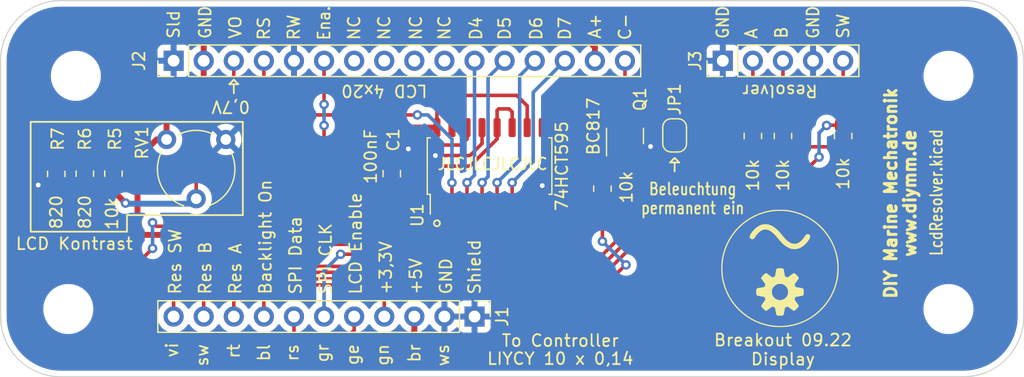
<source format=kicad_pcb>
(kicad_pcb (version 20211014) (generator pcbnew)
  (title_block (title "LCD Breakout Board") (date "2022-09-24") (rev "0") (company "DIY Marine Mechatronk"))
  (layers (0 "F.Cu" signal) (31 "B.Cu" signal) (34 "B.Paste" user) (35 "F.Paste" user) (36 "B.SilkS" user "B.Silkscreen") (37 "F.SilkS" user "F.Silkscreen") (38 "B.Mask" user) (39 "F.Mask" user) (44 "Edge.Cuts" user))
  (net 0 "")
  (net 1 "+5V")
  (net 2 "+3.3V")
  (net 3 "Enable")
  (net 4 "SPI_CLK")
  (net 5 "SPI_DATA")
  (net 6 "Backlight_On")
  (net 7 "Resolver_A")
  (net 8 "Resolver_B")
  (net 9 "Resolver_SW")
  (net 10 "VO")
  (net 11 "RS")
  (net 16 "D4")
  (net 17 "D5")
  (net 18 "D6")
  (net 19 "D7")
  (net 20 "Backlight cathode (-)")
  (net 21 "Net-(Q1-Pad1)")
  (net 26 "GND")
  (net 27 "Net-(R6-Pad1)")
  (footprint "Resistor_SMD:R_0805_2012Metric" (layer "F.Cu") (at 167.386 91.238 -90)
    (fp_text reference "R2" hide)
    (fp_text value "10k" (at 3.175 0 90) (layer "F.SilkS"))
    (pad "1" smd roundrect (at -0.9125 0 270) (size 1.025 1.4) (layers "F.Cu" "F.Paste" "F.Mask") (roundrect_rratio 0.243902439) (net 7 "Resolver_A"))
    (pad "2" smd roundrect (at 0.9125 0 270) (size 1.025 1.4) (layers "F.Cu" "F.Paste" "F.Mask") (roundrect_rratio 0.243902439) (net 2 "+3.3V"))
  )
  (footprint "Connector_PinHeader_2.54mm:PinHeader_1x16_P2.54mm_Vertical" (layer "F.Cu") (at 110.871 84.888 90)
    (fp_text reference "J2" (at 0 -2.921 90) (layer "F.SilkS"))
    (fp_text value "Conn_01x16" hide)
    (pad "1" thru_hole rect (at 0 0 90) (size 1.7 1.7) (drill 1) (layers *.Cu *.Mask) (net 26 "GND"))
    (pad "2" thru_hole oval (at 0 2.54 90) (size 1.7 1.7) (drill 1) (layers *.Cu *.Mask) (net 1 "+5V"))
    (pad "3" thru_hole oval (at 0 5.08 90) (size 1.7 1.7) (drill 1) (layers *.Cu *.Mask) (net 10 "VO"))
    (pad "4" thru_hole oval (at 0 7.62 90) (size 1.7 1.7) (drill 1) (layers *.Cu *.Mask) (net 11 "RS"))
    (pad "5" thru_hole oval (at 0 10.16 90) (size 1.7 1.7) (drill 1) (layers *.Cu *.Mask) (net 26 "GND"))
    (pad "6" thru_hole oval (at 0 12.7 90) (size 1.7 1.7) (drill 1) (layers *.Cu *.Mask) (net 3 "Enable"))
    (pad "7" thru_hole oval (at 0 15.24 90) (size 1.7 1.7) (drill 1) (layers *.Cu *.Mask))
    (pad "8" thru_hole oval (at 0 17.78 90) (size 1.7 1.7) (drill 1) (layers *.Cu *.Mask))
    (pad "9" thru_hole oval (at 0 20.32 90) (size 1.7 1.7) (drill 1) (layers *.Cu *.Mask))
    (pad "10" thru_hole oval (at 0 22.86 90) (size 1.7 1.7) (drill 1) (layers *.Cu *.Mask))
    (pad "11" thru_hole oval (at 0 25.4 90) (size 1.7 1.7) (drill 1) (layers *.Cu *.Mask) (net 16 "D4"))
    (pad "12" thru_hole oval (at 0 27.94 90) (size 1.7 1.7) (drill 1) (layers *.Cu *.Mask) (net 17 "D5"))
    (pad "13" thru_hole oval (at 0 30.48 90) (size 1.7 1.7) (drill 1) (layers *.Cu *.Mask) (net 18 "D6"))
    (pad "14" thru_hole oval (at 0 33.02 90) (size 1.7 1.7) (drill 1) (layers *.Cu *.Mask) (net 19 "D7"))
    (pad "15" thru_hole oval (at 0 35.56 90) (size 1.7 1.7) (drill 1) (layers *.Cu *.Mask) (net 1 "+5V"))
    (pad "16" thru_hole oval (at 0 38.1 90) (size 1.7 1.7) (drill 1) (layers *.Cu *.Mask) (net 20 "Backlight cathode (-)"))
  )
  (footprint "Potentiometer_THT:Potentiometer_Piher_PT-6-V_Vertical" (layer "F.Cu") (at 110.276 91.532 -90)
    (fp_text reference "RV1" (at 0.283 2.072 90) (layer "F.SilkS"))
    (fp_text value "10k")
    (pad "1" thru_hole circle (at 0 0 270) (size 1.62 1.62) (drill 0.9) (layers *.Cu *.Mask) (net 1 "+5V"))
    (pad "2" thru_hole circle (at 5 -2.5 270) (size 1.62 1.62) (drill 0.9) (layers *.Cu *.Mask) (net 10 "VO"))
    (pad "3" thru_hole circle (at 0 -5 270) (size 1.62 1.62) (drill 0.9) (layers *.Cu *.Mask) (net 26 "GND"))
  )
  (footprint "LOGO" (layer "F.Cu") (at 162.052 102.414)
    (fp_text reference "G***" hide)
    (fp_text value "LOGO" hide)
  )
  (footprint "Package_SO:SOP-16_4.55x10.3mm_P1.27mm" (layer "F.Cu") (at 137.541 93.778 90)
    (fp_text reference "U1" (at -4.139 -6.096 90) (layer "F.SilkS"))
    (fp_text value "74HCT595" (at 0 6.1 90) (layer "F.SilkS"))
    (pad "1" smd roundrect (at -3.25 -4.445 90) (size 1.6 0.6) (layers "F.Cu" "F.Paste" "F.Mask"))
    (pad "2" smd roundrect (at -3.25 -3.175 90) (size 1.6 0.6) (layers "F.Cu" "F.Paste" "F.Mask") (net 11 "RS"))
    (pad "3" smd roundrect (at -3.25 -1.905 90) (size 1.6 0.6) (layers "F.Cu" "F.Paste" "F.Mask") (net 16 "D4"))
    (pad "4" smd roundrect (at -3.25 -0.635 90) (size 1.6 0.6) (layers "F.Cu" "F.Paste" "F.Mask") (net 17 "D5"))
    (pad "5" smd roundrect (at -3.25 0.635 90) (size 1.6 0.6) (layers "F.Cu" "F.Paste" "F.Mask") (net 18 "D6"))
    (pad "6" smd roundrect (at -3.25 1.905 90) (size 1.6 0.6) (layers "F.Cu" "F.Paste" "F.Mask") (net 19 "D7"))
    (pad "7" smd roundrect (at -3.25 3.175 90) (size 1.6 0.6) (layers "F.Cu" "F.Paste" "F.Mask"))
    (pad "8" smd roundrect (at -3.25 4.445 90) (size 1.6 0.6) (layers "F.Cu" "F.Paste" "F.Mask") (net 26 "GND"))
    (pad "9" smd roundrect (at 3.25 4.445 90) (size 1.6 0.6) (layers "F.Cu" "F.Paste" "F.Mask"))
    (pad "10" smd roundrect (at 3.25 3.175 90) (size 1.6 0.6) (layers "F.Cu" "F.Paste" "F.Mask") (net 1 "+5V"))
    (pad "11" smd roundrect (at 3.25 1.905 90) (size 1.6 0.6) (layers "F.Cu" "F.Paste" "F.Mask") (net 4 "SPI_CLK"))
    (pad "12" smd roundrect (at 3.25 0.635 90) (size 1.6 0.6) (layers "F.Cu" "F.Paste" "F.Mask") (net 4 "SPI_CLK"))
    (pad "13" smd roundrect (at 3.25 -0.635 90) (size 1.6 0.6) (layers "F.Cu" "F.Paste" "F.Mask") (net 26 "GND"))
    (pad "14" smd roundrect (at 3.25 -1.905 90) (size 1.6 0.6) (layers "F.Cu" "F.Paste" "F.Mask") (net 5 "SPI_DATA"))
    (pad "15" smd roundrect (at 3.25 -3.175 90) (size 1.6 0.6) (layers "F.Cu" "F.Paste" "F.Mask"))
    (pad "16" smd roundrect (at 3.25 -4.445 90) (size 1.6 0.6) (layers "F.Cu" "F.Paste" "F.Mask") (net 1 "+5V"))
  )
  (footprint "Resistor_SMD:R_0805_2012Metric" (layer "F.Cu") (at 103.378 94.413 -90)
    (fp_text reference "R6" (at -2.921 0 90) (layer "F.SilkS"))
    (fp_text value "820" (at 3.25 0 90) (layer "F.SilkS"))
    (pad "1" smd roundrect (at -0.9125 0 270) (size 1.025 1.4) (layers "F.Cu" "F.Paste" "F.Mask") (roundrect_rratio 0.243902439) (net 27 "Net-(R6-Pad1)"))
    (pad "2" smd roundrect (at 0.9125 0 270) (size 1.025 1.4) (layers "F.Cu" "F.Paste" "F.Mask") (roundrect_rratio 0.243902439) (net 10 "VO"))
  )
  (footprint "Resistor_SMD:R_0805_2012Metric" (layer "F.Cu") (at 159.766 91.238 -90)
    (fp_text reference "R4" hide)
    (fp_text value "10k" (at 3.302 0 90) (layer "F.SilkS"))
    (pad "1" smd roundrect (at -0.9125 0 270) (size 1.025 1.4) (layers "F.Cu" "F.Paste" "F.Mask") (roundrect_rratio 0.243902439) (net 9 "Resolver_SW"))
    (pad "2" smd roundrect (at 0.9125 0 270) (size 1.025 1.4) (layers "F.Cu" "F.Paste" "F.Mask") (roundrect_rratio 0.243902439) (net 2 "+3.3V"))
  )
  (footprint "Connector_PinHeader_2.54mm:PinHeader_1x11_P2.54mm_Vertical" (layer "F.Cu") (at 136.271 106.478 -90)
    (fp_text reference "J1" (at 0 -2.33 90) (layer "F.SilkS"))
    (fp_text value "Conn_01x11")
    (pad "1" thru_hole rect (at 0 0 270) (size 1.7 1.7) (drill 1) (layers *.Cu *.Mask) (net 26 "GND"))
    (pad "2" thru_hole oval (at 0 2.54 270) (size 1.7 1.7) (drill 1) (layers *.Cu *.Mask) (net 26 "GND"))
    (pad "3" thru_hole oval (at 0 5.08 270) (size 1.7 1.7) (drill 1) (layers *.Cu *.Mask) (net 1 "+5V"))
    (pad "4" thru_hole oval (at 0 7.62 270) (size 1.7 1.7) (drill 1) (layers *.Cu *.Mask) (net 2 "+3.3V"))
    (pad "5" thru_hole oval (at 0 10.16 270) (size 1.7 1.7) (drill 1) (layers *.Cu *.Mask) (net 3 "Enable"))
    (pad "6" thru_hole oval (at 0 12.7 270) (size 1.7 1.7) (drill 1) (layers *.Cu *.Mask) (net 4 "SPI_CLK"))
    (pad "7" thru_hole oval (at 0 15.24 270) (size 1.7 1.7) (drill 1) (layers *.Cu *.Mask) (net 5 "SPI_DATA"))
    (pad "8" thru_hole oval (at 0 17.78 270) (size 1.7 1.7) (drill 1) (layers *.Cu *.Mask) (net 6 "Backlight_On"))
    (pad "9" thru_hole oval (at 0 20.32 270) (size 1.7 1.7) (drill 1) (layers *.Cu *.Mask) (net 7 "Resolver_A"))
    (pad "10" thru_hole oval (at 0 22.86 270) (size 1.7 1.7) (drill 1) (layers *.Cu *.Mask) (net 8 "Resolver_B"))
    (pad "11" thru_hole oval (at 0 25.4 270) (size 1.7 1.7) (drill 1) (layers *.Cu *.Mask) (net 9 "Resolver_SW"))
  )
  (footprint "Resistor_SMD:R_0805_2012Metric" (layer "F.Cu") (at 100.965 94.4365 90)
    (fp_text reference "R7" (at 2.9445 0.127 90) (layer "F.SilkS"))
    (fp_text value "820" (at -3.2265 0 90) (layer "F.SilkS"))
    (pad "1" smd roundrect (at -0.9125 0 90) (size 1.025 1.4) (layers "F.Cu" "F.Paste" "F.Mask") (roundrect_rratio 0.243902439) (net 26 "GND"))
    (pad "2" smd roundrect (at 0.9125 0 90) (size 1.025 1.4) (layers "F.Cu" "F.Paste" "F.Mask") (roundrect_rratio 0.243902439) (net 27 "Net-(R6-Pad1)"))
  )
  (footprint "Jumper:SolderJumper-2_P1.3mm_Open_RoundedPad1.0x1.5mm" (layer "F.Cu") (at 153.162 91.186 90)
    (fp_text reference "JP1" (at 3.048 0 90) (layer "F.SilkS"))
    (fp_text value "SolderJumper_2_Open" hide)
    (pad "1" smd custom (at -0.65 0 90) (size 1 0.5) (layers "F.Cu" "F.Mask") (net 26 "GND") (options (clearance outline) (anchor rect)) (primitives (gr_circle (center 0 0.25) (end 0.5 0.25) (width 0) (fill yes)) (gr_circle (center 0 -0.25) (end 0.5 -0.25) (width 0) (fill yes)) (gr_poly (pts (xy 0.5 0.75) (xy 0 0.75) (xy 0 -0.75) (xy 0.5 -0.75)) (width 0) (fill yes))))
    (pad "2" smd custom (at 0.65 0 90) (size 1 0.5) (layers "F.Cu" "F.Mask") (net 20 "Backlight cathode (-)") (options (clearance outline) (anchor rect)) (primitives (gr_circle (center 0 0.25) (end 0.5 0.25) (width 0) (fill yes)) (gr_circle (center 0 -0.25) (end 0.5 -0.25) (width 0) (fill yes)) (gr_poly (pts (xy 0 0.75) (xy -0.5 0.75) (xy -0.5 -0.75) (xy 0 -0.75)) (width 0) (fill yes))))
  )
  (footprint "MountingHole:MountingHole_3.2mm_M3" (layer "F.Cu") (at 176.276 86.158)
    (fp_text reference "H2" hide)
    (fp_text value "MountingHole" hide)
    (pad "" np_thru_hole circle (at 0 0) (size 3.2 3.2) (drill 3.2) (layers *.Cu *.Mask))
  )
  (footprint "Resistor_SMD:R_0805_2012Metric" (layer "F.Cu") (at 147.066 95.683 -90)
    (fp_text reference "R1" hide)
    (fp_text value "10k" (at -0.127 -2.032 90) (layer "F.SilkS"))
    (pad "1" smd roundrect (at -0.9125 0 270) (size 1.025 1.4) (layers "F.Cu" "F.Paste" "F.Mask") (roundrect_rratio 0.243902439) (net 21 "Net-(Q1-Pad1)"))
    (pad "2" smd roundrect (at 0.9125 0 270) (size 1.025 1.4) (layers "F.Cu" "F.Paste" "F.Mask") (roundrect_rratio 0.243902439) (net 6 "Backlight_On"))
  )
  (footprint "Connector_PinHeader_2.54mm:PinHeader_1x05_P2.54mm_Vertical" (layer "F.Cu") (at 157.226 84.888 90)
    (fp_text reference "J3" (at 0 -2.33 90) (layer "F.SilkS"))
    (fp_text value "Conn_01x05" hide)
    (pad "1" thru_hole rect (at 0 0 90) (size 1.7 1.7) (drill 1) (layers *.Cu *.Mask) (net 26 "GND"))
    (pad "2" thru_hole oval (at 0 2.54 90) (size 1.7 1.7) (drill 1) (layers *.Cu *.Mask) (net 9 "Resolver_SW"))
    (pad "3" thru_hole oval (at 0 5.08 90) (size 1.7 1.7) (drill 1) (layers *.Cu *.Mask) (net 8 "Resolver_B"))
    (pad "4" thru_hole oval (at 0 7.62 90) (size 1.7 1.7) (drill 1) (layers *.Cu *.Mask) (net 26 "GND"))
    (pad "5" thru_hole oval (at 0 10.16 90) (size 1.7 1.7) (drill 1) (layers *.Cu *.Mask) (net 7 "Resolver_A"))
  )
  (footprint "Package_TO_SOT_SMD:SOT-23" (layer "F.Cu") (at 148.971 91.238 90)
    (fp_text reference "Q1" (at 3.1 1.27 90) (layer "F.SilkS"))
    (fp_text value "BC817" (at 0.814 -2.667 90) (layer "F.SilkS"))
    (pad "1" smd roundrect (at -0.9375 -0.95 90) (size 1.475 0.6) (layers "F.Cu" "F.Paste" "F.Mask") (net 21 "Net-(Q1-Pad1)"))
    (pad "2" smd roundrect (at -0.9375 0.95 90) (size 1.475 0.6) (layers "F.Cu" "F.Paste" "F.Mask") (net 26 "GND"))
    (pad "3" smd roundrect (at 0.9375 0 90) (size 1.475 0.6) (layers "F.Cu" "F.Paste" "F.Mask") (net 20 "Backlight cathode (-)"))
  )
  (footprint "Resistor_SMD:R_0805_2012Metric" (layer "F.Cu") (at 162.306 91.238 -90)
    (fp_text reference "R3" hide)
    (fp_text value "10k" (at 3.302 0 90) (layer "F.SilkS"))
    (pad "1" smd roundrect (at -0.9125 0 270) (size 1.025 1.4) (layers "F.Cu" "F.Paste" "F.Mask") (roundrect_rratio 0.243902439) (net 8 "Resolver_B"))
    (pad "2" smd roundrect (at 0.9125 0 270) (size 1.025 1.4) (layers "F.Cu" "F.Paste" "F.Mask") (roundrect_rratio 0.243902439) (net 2 "+3.3V"))
  )
  (footprint "MountingHole:MountingHole_3.2mm_M3" (layer "F.Cu") (at 102.616 86.158)
    (fp_text reference "H4" hide)
    (fp_text value "MountingHole" hide)
    (pad "" np_thru_hole circle (at 0 0) (size 3.2 3.2) (drill 3.2) (layers *.Cu *.Mask))
  )
  (footprint "Resistor_SMD:R_0805_2012Metric" (layer "F.Cu") (at 105.791 94.413 90)
    (fp_text reference "R5" (at 2.921 0.127 90) (layer "F.SilkS"))
    (fp_text value "10k" (at -3.377 -0.127 90) (layer "F.SilkS"))
    (pad "1" smd roundrect (at -0.9125 0 90) (size 1.025 1.4) (layers "F.Cu" "F.Paste" "F.Mask") (roundrect_rratio 0.243902439) (net 10 "VO"))
    (pad "2" smd roundrect (at 0.9125 0 90) (size 1.025 1.4) (layers "F.Cu" "F.Paste" "F.Mask") (roundrect_rratio 0.243902439) (net 1 "+5V"))
  )
  (footprint "Capacitor_SMD:C_0805_2012Metric" (layer "F.Cu") (at 129.286 94.413 90)
    (fp_text reference "C1" (at 2.846 0.127 90) (layer "F.SilkS"))
    (fp_text value "100nF" (at 1.449 -1.778 90) (layer "F.SilkS"))
    (pad "1" smd roundrect (at -0.95 0 90) (size 1 1.45) (layers "F.Cu" "F.Paste" "F.Mask") (net 1 "+5V"))
    (pad "2" smd roundrect (at 0.95 0 90) (size 1 1.45) (layers "F.Cu" "F.Paste" "F.Mask") (net 26 "GND"))
  )
  (footprint "MountingHole:MountingHole_3.2mm_M3" (layer "F.Cu") (at 176.276 105.843)
    (fp_text reference "H1" hide)
    (fp_text value "MountingHole" hide)
    (pad "" np_thru_hole circle (at 0 0) (size 3.2 3.2) (drill 3.2) (layers *.Cu *.Mask))
  )
  (footprint "MountingHole:MountingHole_3.2mm_M3" (layer "F.Cu") (at 101.981 105.843)
    (fp_text reference "H3" hide)
    (fp_text value "MountingHole" hide)
    (pad "" np_thru_hole circle (at 0 0) (size 3.2 3.2) (drill 3.2) (layers *.Cu *.Mask))
  )
  (gr_circle (center 133.096 98.604) (end 133.096 98.858) (layer "F.SilkS") (width 0.15) (fill none))
  (gr_line (start 116.713 90.043) (end 116.713 97.917) (layer "F.SilkS") (width 0.15))
  (gr_line (start 106.934 97.917) (end 106.934 99.314) (layer "F.SilkS") (width 0.15))
  (gr_line (start 153.162 93.091) (end 153.543 93.472) (layer "F.SilkS") (width 0.15))
  (gr_line (start 115.951 86.868) (end 115.951 87.63) (layer "F.SilkS") (width 0.15))
  (gr_line (start 153.162 93.472) (end 153.162 94.234) (layer "F.SilkS") (width 0.15))
  (gr_line (start 98.806 90.043) (end 116.713 90.043) (layer "F.SilkS") (width 0.15))
  (gr_line (start 106.934 99.314) (end 98.806 99.314) (layer "F.SilkS") (width 0.15))
  (gr_line (start 115.951 86.487) (end 116.332 86.868) (layer "F.SilkS") (width 0.15))
  (gr_line (start 152.781 93.472) (end 153.543 93.472) (layer "F.SilkS") (width 0.15))
  (gr_line (start 115.951 86.487) (end 115.57 86.868) (layer "F.SilkS") (width 0.15))
  (gr_line (start 115.57 86.868) (end 116.332 86.868) (layer "F.SilkS") (width 0.15))
  (gr_line (start 116.713 97.917) (end 106.934 97.917) (layer "F.SilkS") (width 0.15))
  (gr_line (start 153.162 93.091) (end 152.781 93.472) (layer "F.SilkS") (width 0.15))
  (gr_line (start 98.806 99.314) (end 98.806 90.043) (layer "F.SilkS") (width 0.15))
  (gr_arc (start 177.546 79.808) (mid 181.138102 81.295898) (end 182.626 84.888) (layer "Edge.Cuts") (width 0.1))
  (gr_line (start 101.346 111.558) (end 177.546 111.558) (layer "Edge.Cuts") (width 0.1))
  (gr_arc (start 101.346 111.558) (mid 97.753898 110.070102) (end 96.266 106.478) (layer "Edge.Cuts") (width 0.1))
  (gr_line (start 182.626 84.888) (end 182.626 106.478) (layer "Edge.Cuts") (width 0.1))
  (gr_arc (start 96.266 84.888) (mid 97.753898 81.295898) (end 101.346 79.808) (layer "Edge.Cuts") (width 0.1))
  (gr_line (start 101.346 79.808) (end 177.546 79.808) (layer "Edge.Cuts") (width 0.1))
  (gr_arc (start 182.626 106.478) (mid 181.138102 110.070102) (end 177.546 111.558) (layer "Edge.Cuts") (width 0.1))
  (gr_line (start 96.266 84.888) (end 96.266 106.478) (layer "Edge.Cuts") (width 0.1))
  (gr_text "SPI CLK" (at 123.698 104.7 90) (layer "F.SilkS") (effects (font (size 1 1)) (justify left)))
  (gr_text "LIYCY 10 x 0,14" (at 143.51 110.034) (layer "F.SilkS") (effects (font (size 1 1))))
  (gr_text "rs" (at 120.904 108.712 90) (layer "F.SilkS") (effects (font (size 1 1)) (justify right)))
  (gr_text "rt" (at 115.951 108.712 90) (layer "F.SilkS") (effects (font (size 1 1)) (justify right)))
  (gr_text "+5V" (at 131.318 104.7 90) (layer "F.SilkS") (effects (font (size 1 1)) (justify left)))
  (gr_text "Sld" (at 110.871 83.11 90) (layer "F.SilkS") (effects (font (size 1 1)) (justify left)))
  (gr_text "DIY Marine Mechatronik\nwww.diymm.de" (at 172.212 96.064 90) (layer "F.SilkS") (effects (font (size 1 1) (thickness 0.25))))
  (gr_text "LCD Enable" (at 126.238 104.7 90) (layer "F.SilkS") (effects (font (size 1 1)) (justify left)))
  (gr_text "LCD 4x20" (at 128.651 87.428 180) (layer "F.SilkS") (effects (font (size 1 1))))
  (gr_text "vi" (at 110.744 108.585 90) (layer "F.SilkS") (effects (font (size 1 1)) (justify right)))
  (gr_text "+3,3V" (at 128.778 104.7 90) (layer "F.SilkS") (effects (font (size 1 1)) (justify left)))
  (gr_text "GND" (at 157.226 83.11 90) (layer "F.SilkS") (effects (font (size 1 0.9)) (justify left)))
  (gr_text "LCD Kontrast" (at 102.489 100.33) (layer "F.SilkS") (effects (font (size 1 1))))
  (gr_text "ws" (at 133.604 108.712 90) (layer "F.SilkS") (effects (font (size 1 1)) (justify right)))
  (gr_text "GND" (at 133.858 104.7 90) (layer "F.SilkS") (effects (font (size 1 1)) (justify left)))
  (gr_text "VO" (at 116.078 83.11 90) (layer "F.SilkS") (effects (font (size 1 1)) (justify left)))
  (gr_text "NC" (at 131.318 83.237 90) (layer "F.SilkS") (effects (font (size 1 1)) (justify left)))
  (gr_text "Resolver" (at 162.052 87.428 180) (layer "F.SilkS") (effects (font (size 1 1))))
  (gr_text "RW" (at 121.018612 83.237 90) (layer "F.SilkS") (effects (font (size 1 1)) (justify left)))
  (gr_text "GND" (at 164.846 83.11 90) (layer "F.SilkS") (effects (font (size 1 0.9)) (justify left)))
  (gr_text "Breakout 09.22\nDisplay" (at 162.306 109.272) (layer "F.SilkS") (effects (font (size 1 1))))
  (gr_text "LcdResolver.kicad" (at 175.26 96.012 90) (layer "F.SilkS") (effects (font (size 1 0.8))))
  (gr_text "ge" (at 125.984 108.712 90) (layer "F.SilkS") (effects (font (size 1 1)) (justify right)))
  (gr_text "B" (at 162.179 83.11 90) (layer "F.SilkS") (effects (font (size 1 1)) (justify left)))
  (gr_text "SPI Data" (at 121.158 104.7 90) (layer "F.SilkS") (effects (font (size 1 1)) (justify left)))
  (gr_text "RS" (at 118.491 83.237 90) (layer "F.SilkS") (effects (font (size 1 1)) (justify left)))
  (gr_text "br" (at 131.191 108.712 90) (layer "F.SilkS") (effects (font (size 1 1)) (justify right)))
  (gr_text "gr" (at 123.444 108.712 90) (layer "F.SilkS") (effects (font (size 1 1)) (justify right)))
  (gr_text "Res A" (at 116.078 104.7 90) (layer "F.SilkS") (effects (font (size 1 1)) (justify left)))
  (gr_text "0,7V" (at 115.697 88.773 180) (layer "F.SilkS") (effects (font (size 1 1))))
  (gr_text "Res SW" (at 110.998 104.7 90) (layer "F.SilkS") (effects (font (size 1 1)) (justify left)))
  (gr_text "gn" (at 128.524 108.712 90) (layer "F.SilkS") (effects (font (size 1 1)) (justify right)))
  (gr_text "bl" (at 118.491 108.712 90) (layer "F.SilkS") (effects (font (size 1 1)) (justify right)))
  (gr_text "NC" (at 128.651 83.237 90) (layer "F.SilkS") (effects (font (size 1 1)) (justify left)))
  (gr_text "SW" (at 167.386 83.11 90) (layer "F.SilkS") (effects (font (size 1 1)) (justify left)))
  (gr_text "Res B" (at 113.538 104.7 90) (layer "F.SilkS") (effects (font (size 1 1)) (justify left)))
  (gr_text "Ena.\n" (at 123.571 83.237 90) (layer "F.SilkS") (effects (font (size 1 0.9)) (justify left)))
  (gr_text "D5" (at 138.811 83.237 90) (layer "F.SilkS") (effects (font (size 1 1)) (justify left)))
  (gr_text "JLCJLCJLCJLC" (at 137.795 93.599) (layer "F.SilkS") (effects (font (size 1 0.9))))
  (gr_text "D6" (at 141.478 83.237 90) (layer "F.SilkS") (effects (font (size 1 1)) (justify left)))
  (gr_text "A" (at 159.639 83.11 90) (layer "F.SilkS") (effects (font (size 1 1)) (justify left)))
  (gr_text "Shield" (at 136.271 104.7 90) (layer "F.SilkS") (effects (font (size 1 1)) (justify left)))
  (gr_text "GND" (at 113.538 83.11 90) (layer "F.SilkS") (effects (font (size 1 0.9)) (justify left)))
  (gr_text "sw" (at 113.284 108.712 90) (layer "F.SilkS") (effects (font (size 1 1)) (justify right)))
  (gr_text "A+" (at 146.431 83.11 90) (layer "F.SilkS") (effects (font (size 1 1)) (justify left)))
  (gr_text "NC" (at 126.111 83.237 90) (layer "F.SilkS") (effects (font (size 1 1)) (justify left)))
  (gr_text "Backlight On" (at 118.618 104.7 90) (layer "F.SilkS") (effects (font (size 1 1)) (justify left)))
  (gr_text "D4" (at 136.398 83.237 90) (layer "F.SilkS") (effects (font (size 1 1)) (justify left)))
  (gr_text "NC" (at 133.731 83.237 90) (layer "F.SilkS") (effects (font (size 1 1)) (justify left)))
  (gr_text "To Controller" (at 143.51 108.51) (layer "F.SilkS") (effects (font (size 1 1))))
  (gr_text "C-" (at 148.971 83.237 90) (layer "F.SilkS") (effects (font (size 1 1)) (justify left)))
  (gr_text "Beleuchtung\npermanent ein" (at 154.686 96.52) (layer "F.SilkS") (effects (font (size 1 0.8))))
  (gr_text "D7" (at 143.891 83.237 90) (layer "F.SilkS") (effects (font (size 1 1)) (justify left)))
  (segment (start 107.858 99.585) (end 124.241 99.585) (width 0.5) (layer "F.Cu") (net 1))
  (segment (start 146.431 83.745) (end 146.431 84.888) (width 0.5) (layer "F.Cu") (net 1))
  (segment (start 114.173 82.602) (end 145.288 82.602) (width 0.5) (layer "F.Cu") (net 1))
  (segment (start 113.411 87.047) (end 113.411 84.888) (width 0.5) (layer "F.Cu") (net 1))
  (segment (start 107.569 93.397) (end 105.8945 93.397) (width 0.5) (layer "F.Cu") (net 1))
  (segment (start 113.411 83.364) (end 114.173 82.602) (width 0.5) (layer "F.Cu") (net 1))
  (segment (start 113.411 84.888) (end 113.411 83.364) (width 0.5) (layer "F.Cu") (net 1))
  (segment (start 126.948 90.528) (end 133.096 90.528) (width 0.5) (layer "F.Cu") (net 1))
  (segment (start 131.191 106.478) (end 131.191 107.748) (width 0.5) (layer "F.Cu") (net 1))
  (segment (start 105.8945 93.397) (end 105.791 93.5005) (width 0.5) (layer "F.Cu") (net 1))
  (segment (start 126.238 95.556) (end 126.365 95.429) (width 0.5) (layer "F.Cu") (net 1))
  (segment (start 131.191 107.748) (end 129.159 109.78) (width 0.5) (layer "F.Cu") (net 1))
  (segment (start 145.288 82.602) (end 146.431 83.745) (width 0.5) (layer "F.Cu") (net 1))
  (segment (start 126.365 95.429) (end 129.22 95.429) (width 0.5) (layer "F.Cu") (net 1))
  (segment (start 140.716 88.698) (end 139.827 87.809) (width 0.3) (layer "F.Cu") (net 1))
  (segment (start 107.823 93.651) (end 107.569 93.397) (width 0.5) (layer "F.Cu") (net 1))
  (segment (start 126.238 97.588) (end 126.238 91.238) (width 0.5) (layer "F.Cu") (net 1))
  (segment (start 129.159 109.78) (end 109.693472 109.78) (width 0.5) (layer "F.Cu") (net 1))
  (segment (start 133.096 88.698) (end 133.096 90.528) (width 0.3) (layer "F.Cu") (net 1))
  (segment (start 133.985 87.809) (end 133.096 88.698) (width 0.3) (layer "F.Cu") (net 1))
  (segment (start 107.823 107.909528) (end 107.823 93.651) (width 0.5) (layer "F.Cu") (net 1))
  (segment (start 126.238 91.238) (end 126.948 90.528) (width 0.5) (layer "F.Cu") (net 1))
  (segment (start 110.251 91.557) (end 110.276 91.532) (width 0.5) (layer "F.Cu") (net 1))
  (segment (start 109.434 91.532) (end 110.276 91.532) (width 0.5) (layer "F.Cu") (net 1))
  (segment (start 129.22 95.429) (end 129.286 95.363) (width 0.5) (layer "F.Cu") (net 1))
  (segment (start 110.276 90.182) (end 113.411 87.047) (width 0.5) (layer "F.Cu") (net 1))
  (segment (start 110.276 91.532) (end 110.276 90.182) (width 0.5) (layer "F.Cu") (net 1))
  (segment (start 124.241 99.585) (end 126.238 97.588) (width 0.5) (layer "F.Cu") (net 1))
  (segment (start 140.716 90.528) (end 140.716 88.698) (width 0.3) (layer "F.Cu") (net 1))
  (segment (start 139.827 87.809) (end 133.985 87.809) (width 0.3) (layer "F.Cu") (net 1))
  (segment (start 107.569 93.397) (end 109.434 91.532) (width 0.5) (layer "F.Cu") (net 1))
  (segment (start 109.693472 109.78) (end 107.823 107.909528) (width 0.5) (layer "F.Cu") (net 1))
  (segment (start 153.05 104.386) (end 153.11 104.446) (width 0.3) (layer "F.Cu") (net 2))
  (segment (start 167.386 100.128) (end 163.068 104.446) (width 0.3) (layer "F.Cu") (net 2))
  (segment (start 128.651 105.081) (end 128.651 106.478) (width 0.3) (layer "F.Cu") (net 2))
  (segment (start 163.068 104.446) (end 153.11 104.446) (width 0.3) (layer "F.Cu") (net 2))
  (segment (start 129.286 104.446) (end 128.651 105.081) (width 0.3) (layer "F.Cu") (net 2))
  (segment (start 167.386 92.1505) (end 167.386 100.128) (width 0.3) (layer "F.Cu") (net 2))
  (segment (start 153.11 104.446) (end 129.286 104.446) (width 0.3) (layer "F.Cu") (net 2))
  (segment (start 159.766 92.1505) (end 162.306 92.1505) (width 0.3) (layer "F.Cu") (net 2))
  (segment (start 162.306 92.1505) (end 167.386 92.1505) (width 0.3) (layer "F.Cu") (net 2))
  (segment (start 108.458 107.696) (end 109.907 109.145) (width 0.3) (layer "F.Cu") (net 3))
  (segment (start 108.458 101.3585) (end 108.458 107.696) (width 0.3) (layer "F.Cu") (net 3))
  (segment (start 122.174 98.858) (end 123.571 97.461) (width 0.3) (layer "F.Cu") (net 3))
  (segment (start 109.093 100.7235) (end 108.458 101.3585) (width 0.3) (layer "F.Cu") (net 3))
  (segment (start 109.399 98.858) (end 122.174 98.858) (width 0.3) (layer "F.Cu") (net 3))
  (segment (start 123.571 88.571) (end 123.571 84.888) (width 0.3) (layer "F.Cu") (net 3))
  (segment (start 109.093 98.552) (end 109.399 98.858) (width 0.3) (layer "F.Cu") (net 3))
  (segment (start 124.587 109.145) (end 126.111 107.621) (width 0.3) (layer "F.Cu") (net 3))
  (segment (start 109.907 109.145) (end 124.587 109.145) (width 0.3) (layer "F.Cu") (net 3))
  (segment (start 123.571 97.461) (end 123.571 90.349) (width 0.3) (layer "F.Cu") (net 3))
  (segment (start 126.111 107.621) (end 126.111 106.478) (width 0.3) (layer "F.Cu") (net 3))
  (via (at 123.571 88.571) (size 0.8) (drill 0.4) (layers "F.Cu" "B.Cu") (net 3))
  (via (at 123.571 90.349) (size 0.8) (drill 0.4) (layers "F.Cu" "B.Cu") (net 3))
  (via (at 109.093 98.552) (size 0.8) (drill 0.4) (layers "F.Cu" "B.Cu") (net 3))
  (via (at 109.093 100.7235) (size 0.8) (drill 0.4) (layers "F.Cu" "B.Cu") (net 3))
  (segment (start 109.093 98.552) (end 109.093 100.7235) (width 0.3) (layer "B.Cu") (net 3))
  (segment (start 123.571 90.349) (end 123.571 88.571) (width 0.3) (layer "B.Cu") (net 3))
  (segment (start 138.176 90.528) (end 138.176 91.492) (width 0.3) (layer "F.Cu") (net 4))
  (segment (start 138.176 91.492) (end 135.89 93.778) (width 0.3) (layer "F.Cu") (net 4))
  (segment (start 138.176 89.079) (end 138.303 88.952) (width 0.3) (layer "F.Cu") (net 4))
  (segment (start 131.826 93.778) (end 131.064 94.54) (width 0.3) (layer "F.Cu") (net 4))
  (segment (start 139.446 90.528) (end 139.446 89.206) (width 0.3) (layer "F.Cu") (net 4))
  (segment (start 135.89 93.778) (end 131.826 93.778) (width 0.3) (layer "F.Cu") (net 4))
  (segment (start 131.064 94.54) (end 131.064 96.318) (width 0.3) (layer "F.Cu") (net 4))
  (segment (start 131.064 96.318) (end 126.163 101.219) (width 0.3) (layer "F.Cu") (net 4))
  (segment (start 139.192 88.952) (end 138.303 88.952) (width 0.3) (layer "F.Cu") (net 4))
  (segment (start 139.446 89.206) (end 139.192 88.952) (width 0.3) (layer "F.Cu") (net 4))
  (segment (start 138.176 90.528) (end 138.176 89.079) (width 0.3) (layer "F.Cu") (net 4))
  (segment (start 126.163 101.219) (end 125.095 101.219) (width 0.3) (layer "F.Cu") (net 4))
  (via (at 124.968 101.219) (size 0.8) (drill 0.4) (layers "F.Cu" "B.Cu") (net 4))
  (segment (start 123.571 106.478) (end 123.571 102.616) (width 0.3) (layer "B.Cu") (net 4))
  (segment (start 123.571 102.616) (end 124.968 101.219) (width 0.3) (layer "B.Cu") (net 4))
  (segment (start 130.556 95.81) (end 130.556 94.032) (width 0.3) (layer "F.Cu") (net 5))
  (segment (start 125.984 100.382) (end 130.556 95.81) (width 0.3) (layer "F.Cu") (net 5))
  (segment (start 109.982 108.383) (end 109.093 107.494) (width 0.3) (layer "F.Cu") (net 5))
  (segment (start 130.556 94.032) (end 132.588 92) (width 0.3) (layer "F.Cu") (net 5))
  (segment (start 110.998 100.382) (end 125.984 100.382) (width 0.3) (layer "F.Cu") (net 5))
  (segment (start 120.523 108.383) (end 109.982 108.383) (width 0.3) (layer "F.Cu") (net 5))
  (segment (start 121.031 106.478) (end 121.031 107.875) (width 0.3) (layer "F.Cu") (net 5))
  (segment (start 135.128 92) (end 135.636 91.492) (width 0.3) (layer "F.Cu") (net 5))
  (segment (start 109.093 107.494) (end 109.093 102.287) (width 0.3) (layer "F.Cu") (net 5))
  (segment (start 109.093 102.287) (end 110.998 100.382) (width 0.3) (layer "F.Cu") (net 5))
  (segment (start 135.636 91.492) (end 135.636 90.528) (width 0.3) (layer "F.Cu") (net 5))
  (segment (start 132.588 92) (end 135.128 92) (width 0.3) (layer "F.Cu") (net 5))
  (segment (start 121.031 107.875) (end 120.523 108.383) (width 0.3) (layer "F.Cu") (net 5))
  (segment (start 149.056477 102.118477) (end 149.012523 102.118477) (width 0.3) (layer "F.Cu") (net 6))
  (segment (start 118.491 104.827) (end 118.491 106.478) (width 0.3) (layer "F.Cu") (net 6))
  (segment (start 147.066 96.5955) (end 147.066 100.128) (width 0.3) (layer "F.Cu") (net 6))
  (segment (start 149.012523 102.118477) (end 147.32 103.811) (width 0.3) (layer "F.Cu") (net 6))
  (segment (start 147.32 103.811) (end 119.507 103.811) (width 0.3) (layer "F.Cu") (net 6))
  (segment (start 149.066954 102.108) (end 149.056477 102.118477) (width 0.3) (layer "F.Cu") (net 6))
  (segment (start 119.507 103.811) (end 118.491 104.827) (width 0.3) (layer "F.Cu") (net 6))
  (via (at 147.066 100.128) (size 0.8) (drill 0.4) (layers "F.Cu" "B.Cu") (net 6))
  (via (at 149.056477 102.118477) (size 0.8) (drill 0.4) (layers "F.Cu" "B.Cu") (net 6))
  (segment (start 149.056477 102.118477) (end 147.066 100.128) (width 0.3) (layer "B.Cu") (net 6))
  (segment (start 164.719 93.651) (end 156.464 93.651) (width 0.3) (layer "F.Cu") (net 7))
  (segment (start 167.386 90.3255) (end 166.0125 90.3255) (width 0.3) (layer "F.Cu") (net 7))
  (segment (start 156.464 93.651) (end 146.812 103.303) (width 0.3) (layer "F.Cu") (net 7))
  (segment (start 117.856 103.303) (end 115.951 105.208) (width 0.3) (layer "F.Cu") (net 7))
  (segment (start 167.386 84.888) (end 167.386 90.3255) (width 0.3) (layer "F.Cu") (net 7))
  (segment (start 166.0125 90.3255) (end 165.989 90.349) (width 0.3) (layer "F.Cu") (net 7))
  (segment (start 115.951 105.208) (end 115.951 106.478) (width 0.3) (layer "F.Cu") (net 7))
  (segment (start 146.812 103.303) (end 117.856 103.303) (width 0.3) (layer "F.Cu") (net 7))
  (segment (start 165.354 93.016) (end 164.719 93.651) (width 0.3) (layer "F.Cu") (net 7))
  (via (at 165.354 93.016) (size 0.8) (drill 0.4) (layers "F.Cu" "B.Cu") (net 7))
  (via (at 165.989 90.349) (size 0.8) (drill 0.4) (layers "F.Cu" "B.Cu") (net 7))
  (segment (start 165.354 90.984) (end 165.354 93.016) (width 0.3) (layer "B.Cu") (net 7))
  (segment (start 165.989 90.349) (end 165.354 90.984) (width 0.3) (layer "B.Cu") (net 7))
  (segment (start 113.411 104.954) (end 115.621 102.744) (width 0.3) (layer "F.Cu") (net 8))
  (segment (start 115.621 102.744) (end 146.482 102.744) (width 0.3) (layer "F.Cu") (net 8))
  (segment (start 161.6945 90.3255) (end 162.306 90.3255) (width 0.3) (layer "F.Cu") (net 8))
  (segment (start 157.988 91.238) (end 160.782 91.238) (width 0.3) (layer "F.Cu") (net 8))
  (segment (start 113.411 106.478) (end 113.411 104.954) (width 0.3) (layer "F.Cu") (net 8))
  (segment (start 162.306 84.888) (end 162.306 90.3255) (width 0.3) (layer "F.Cu") (net 8))
  (segment (start 160.782 91.238) (end 161.6945 90.3255) (width 0.3) (layer "F.Cu") (net 8))
  (segment (start 146.482 102.744) (end 157.988 91.238) (width 0.3) (layer "F.Cu") (net 8))
  (segment (start 110.871 106.478) (end 110.871 104.827) (width 0.3) (layer "F.Cu") (net 9))
  (segment (start 157.988 90.349) (end 159.7425 90.349) (width 0.3) (layer "F.Cu") (net 9))
  (segment (start 159.766 84.888) (end 159.766 90.3255) (width 0.3) (layer "F.Cu") (net 9))
  (segment (start 146.093 102.244) (end 157.988 90.349) (width 0.3) (layer "F.Cu") (net 9))
  (segment (start 159.7425 90.349) (end 159.766 90.3255) (width 0.3) (layer "F.Cu") (net 9))
  (segment (start 113.454 102.244) (end 146.093 102.244) (width 0.3) (layer "F.Cu") (net 9))
  (segment (start 110.871 104.827) (end 113.454 102.244) (width 0.3) (layer "F.Cu") (net 9))
  (segment (start 106.807 96.901) (end 105.791 95.885) (width 0.5) (layer "F.Cu") (net 10))
  (segment (start 115.951 86.793) (end 115.951 84.888) (width 0.3) (layer "F.Cu") (net 10))
  (segment (start 112.776 96.532) (end 112.776 89.968) (width 0.3) (layer "F.Cu") (net 10))
  (segment (start 112.776 89.968) (end 115.951 86.793) (width 0.3) (layer "F.Cu") (net 10))
  (segment (start 105.791 95.885) (end 105.791 95.3255) (width 0.5) (layer "F.Cu") (net 10))
  (segment (start 103.378 95.3255) (end 105.791 95.3255) (width 0.5) (layer "F.Cu") (net 10))
  (via (at 106.807 96.901) (size 0.8) (drill 0.4) (layers "F.Cu" "B.Cu") (net 10))
  (segment (start 112.355 96.953) (end 112.776 96.532) (width 0.5) (layer "B.Cu") (net 10))
  (segment (start 106.807 96.953) (end 112.355 96.953) (width 0.5) (layer "B.Cu") (net 10))
  (segment (start 120.904 89.46) (end 118.491 87.047) (width 0.3) (layer "F.Cu") (net 11))
  (segment (start 134.366 97.028) (end 134.366 95.175) (width 0.3) (layer "F.Cu") (net 11))
  (segment (start 118.491 87.047) (end 118.491 84.888) (width 0.3) (layer "F.Cu") (net 11))
  (segment (start 131.445 89.46) (end 120.904 89.46) (width 0.3) (layer "F.Cu") (net 11))
  (via (at 131.445 89.46) (size 0.8) (drill 0.4) (layers "F.Cu" "B.Cu") (net 11))
  (via (at 134.366 95.175) (size 0.8) (drill 0.4) (layers "F.Cu" "B.Cu") (net 11))
  (segment (start 132.334 89.46) (end 131.445 89.46) (width 0.3) (layer "B.Cu") (net 11))
  (segment (start 134.366 91.492) (end 132.461 89.587) (width 0.3) (layer "B.Cu") (net 11))
  (segment (start 132.461 89.587) (end 132.334 89.46) (width 0.3) (layer "B.Cu") (net 11))
  (segment (start 134.366 95.175) (end 134.366 91.492) (width 0.3) (layer "B.Cu") (net 11))
  (segment (start 135.636 97.028) (end 135.636 95.175) (width 0.3) (layer "F.Cu") (net 16))
  (via (at 135.636 95.175) (size 0.8) (drill 0.4) (layers "F.Cu" "B.Cu") (net 16))
  (segment (start 136.271 94.54) (end 135.636 95.175) (width 0.3) (layer "B.Cu") (net 16))
  (segment (start 136.271 84.888) (end 136.271 94.54) (width 0.3) (layer "B.Cu") (net 16))
  (segment (start 136.906 97.028) (end 136.906 95.175) (width 0.3) (layer "F.Cu") (net 17))
  (via (at 136.906 95.175) (size 0.8) (drill 0.4) (layers "F.Cu" "B.Cu") (net 17))
  (segment (start 137.414 86.285) (end 138.811 84.888) (width 0.3) (layer "B.Cu") (net 17))
  (segment (start 137.414 94.667) (end 137.414 86.285) (width 0.3) (layer "B.Cu") (net 17))
  (segment (start 136.906 95.175) (end 137.414 94.667) (width 0.3) (layer "B.Cu") (net 17))
  (segment (start 138.176 97.028) (end 138.176 95.175) (width 0.3) (layer "F.Cu") (net 18))
  (via (at 138.176 95.175) (size 0.8) (drill 0.4) (layers "F.Cu" "B.Cu") (net 18))
  (segment (start 138.176 95.175) (end 140.081 93.27) (width 0.3) (layer "B.Cu") (net 18))
  (segment (start 140.081 86.158) (end 141.351 84.888) (width 0.3) (layer "B.Cu") (net 18))
  (segment (start 140.081 93.27) (end 140.081 86.158) (width 0.3) (layer "B.Cu") (net 18))
  (segment (start 139.446 97.028) (end 139.446 95.175) (width 0.3) (layer "F.Cu") (net 19))
  (via (at 139.446 95.175) (size 0.8) (drill 0.4) (layers "F.Cu" "B.Cu") (net 19))
  (segment (start 141.224 87.555) (end 143.891 84.888) (width 0.3) (layer "B.Cu") (net 19))
  (segment (start 141.224 93.397) (end 141.224 87.555) (width 0.3) (layer "B.Cu") (net 19))
  (segment (start 139.446 95.175) (end 141.224 93.397) (width 0.3) (layer "B.Cu") (net 19))
  (segment (start 152.9265 90.3005) (end 153.162 90.536) (width 0.3) (layer "F.Cu") (net 20))
  (segment (start 148.971 90.3005) (end 152.9265 90.3005) (width 0.3) (layer "F.Cu") (net 20))
  (segment (start 148.971 84.888) (end 148.971 90.3005) (width 0.3) (layer "F.Cu") (net 20))
  (segment (start 147.066 94.159) (end 147.066 94.7705) (width 0.5) (layer "F.Cu") (net 21))
  (segment (start 148.021 92.1755) (end 148.021 93.204) (width 0.5) (layer "F.Cu") (net 21))
  (segment (start 148.021 93.204) (end 147.066 94.159) (width 0.5) (layer "F.Cu") (net 21))
  (segment (start 151.0815 92.1755) (end 151.13 92.127) (width 0.5) (layer "F.Cu") (net 26))
  (segment (start 100.965 95.349) (end 99.469 95.349) (width 0.5) (layer "F.Cu") (net 26))
  (segment (start 135.89 92.889) (end 132.969 92.889) (width 0.3) (layer "F.Cu") (net 26))
  (segment (start 129.286 93.463) (end 129.549 93.463) (width 0.5) (layer "F.Cu") (net 26))
  (segment (start 151.13 92.127) (end 151.421 91.836) (width 0.5) (layer "F.Cu") (net 26))
  (segment (start 141.986 95.429) (end 141.986 97.028) (width 0.5) (layer "F.Cu") (net 26))
  (segment (start 149.921 92.1755) (end 151.0815 92.1755) (width 0.5) (layer "F.Cu") (net 26))
  (segment (start 99.469 95.349) (end 99.441 95.377) (width 0.5) (layer "F.Cu") (net 26))
  (segment (start 129.549 93.463) (end 130.683 92.329) (width 0.5) (layer "F.Cu") (net 26))
  (segment (start 151.421 91.836) (end 153.162 91.836) (width 0.5) (layer "F.Cu") (net 26))
  (segment (start 136.906 91.873) (end 135.89 92.889) (width 0.3) (layer "F.Cu") (net 26))
  (segment (start 136.906 90.528) (end 136.906 91.873) (width 0.3) (layer "F.Cu") (net 26))
  (via (at 99.441 95.377) (size 0.8) (drill 0.4) (layers "F.Cu" "B.Cu") (net 26))
  (via (at 141.986 95.429) (size 0.8) (drill 0.4) (layers "F.Cu" "B.Cu") (net 26))
  (via (at 151.13 92.127) (size 0.8) (drill 0.4) (layers "F.Cu" "B.Cu") (net 26))
  (via (at 132.969 92.889) (size 0.8) (drill 0.4) (layers "F.Cu" "B.Cu") (net 26))
  (via (at 130.683 92.329) (size 0.8) (drill 0.4) (layers "F.Cu" "B.Cu") (net 26))
  (segment (start 103.378 93.5005) (end 100.9885 93.5005) (width 0.5) (layer "F.Cu") (net 27))
  (segment (start 100.9885 93.5005) (end 100.965 93.524) (width 0.5) (layer "F.Cu") (net 27))
  (zone (net 26) (net_name "GND") (layer "B.Cu") (name "GND") (connect_pads (clearance 0.508)) (min_thickness 0.254) (fill yes (thermal_gap 0.508) (thermal_bridge_width 0.508))
    (polygon (pts (xy 182.626 111.558) (xy 96.266 111.558) (xy 96.266 79.808) (xy 182.626 79.808)))
  )
)
</source>
